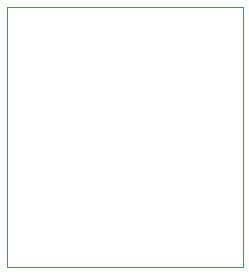
<source format=gbp>
G04 #@! TF.GenerationSoftware,KiCad,Pcbnew,(7.0.0)*
G04 #@! TF.CreationDate,2023-03-10T18:14:51+01:00*
G04 #@! TF.ProjectId,CapacitorBox0402,43617061-6369-4746-9f72-426f78303430,rev?*
G04 #@! TF.SameCoordinates,Original*
G04 #@! TF.FileFunction,Paste,Bot*
G04 #@! TF.FilePolarity,Positive*
%FSLAX46Y46*%
G04 Gerber Fmt 4.6, Leading zero omitted, Abs format (unit mm)*
G04 Created by KiCad (PCBNEW (7.0.0)) date 2023-03-10 18:14:51*
%MOMM*%
%LPD*%
G01*
G04 APERTURE LIST*
G04 #@! TA.AperFunction,Profile*
%ADD10C,0.100000*%
G04 #@! TD*
G04 APERTURE END LIST*
D10*
X101000000Y-100000000D02*
X121000000Y-100000000D01*
X121000000Y-100000000D02*
X121000000Y-122000000D01*
X121000000Y-122000000D02*
X101000000Y-122000000D01*
X101000000Y-100000000D02*
X101000000Y-122000000D01*
M02*

</source>
